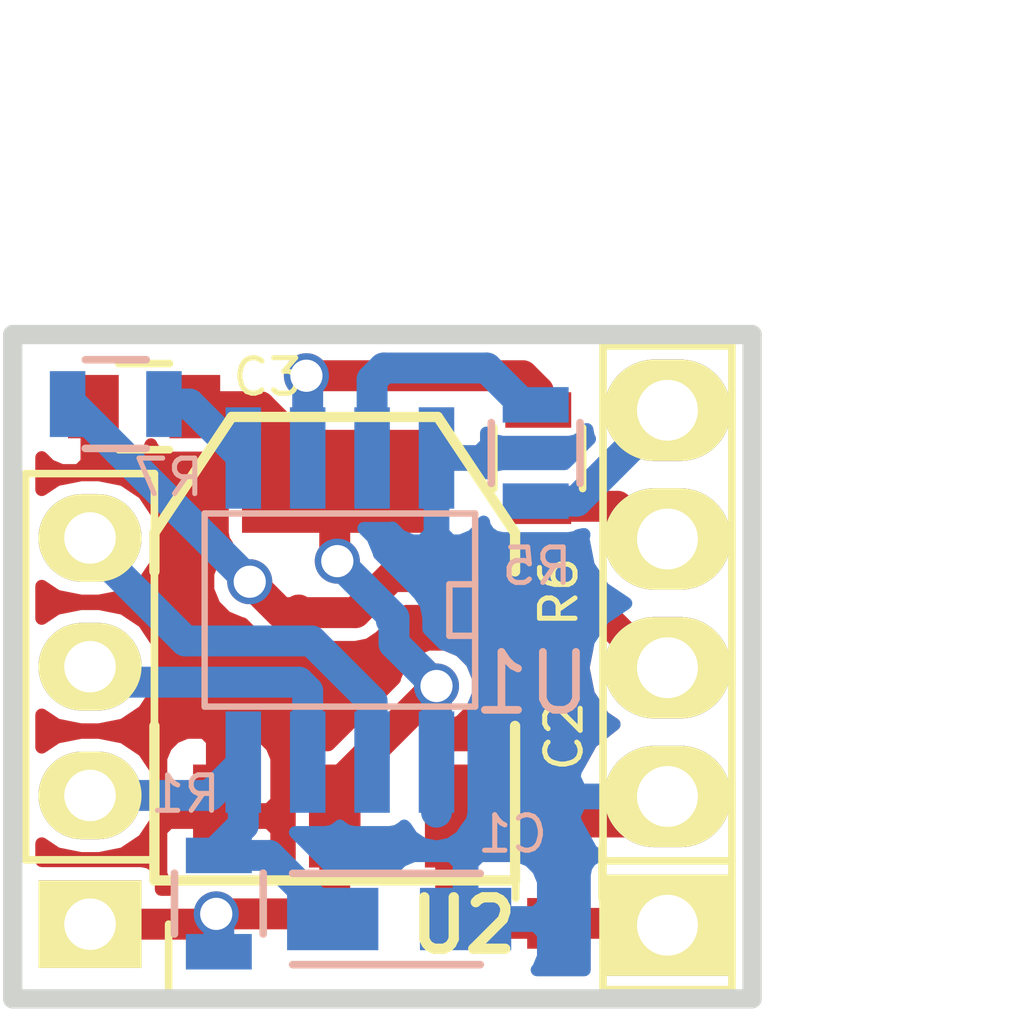
<source format=kicad_pcb>
(kicad_pcb (version 4) (host pcbnew 0.201508250901+6122~28~ubuntu14.04.1-product)

  (general
    (links 23)
    (no_connects 0)
    (area 137.579099 114.160299 152.539701 127.647701)
    (thickness 1.6002)
    (drawings 6)
    (tracks 85)
    (zones 0)
    (modules 11)
    (nets 13)
  )

  (page A4)
  (title_block
    (date "7 feb 2014")
  )

  (layers
    (0 Front signal)
    (31 Back signal hide)
    (32 B.Adhes user hide)
    (33 F.Adhes user hide)
    (34 B.Paste user hide)
    (35 F.Paste user hide)
    (36 B.SilkS user hide)
    (37 F.SilkS user)
    (38 B.Mask user hide)
    (39 F.Mask user hide)
    (40 Dwgs.User user)
    (44 Edge.Cuts user)
    (45 Margin user)
    (46 B.CrtYd user hide)
    (48 B.Fab user)
    (49 F.Fab user)
  )

  (setup
    (last_trace_width 0.6096)
    (trace_clearance 0.1)
    (zone_clearance 0.254)
    (zone_45_only yes)
    (trace_min 0.2032)
    (segment_width 0.1)
    (edge_width 0.381)
    (via_size 0.889)
    (via_drill 0.635)
    (via_min_size 0.889)
    (via_min_drill 0.508)
    (uvia_size 0.508)
    (uvia_drill 0.127)
    (uvias_allowed no)
    (uvia_min_size 0.508)
    (uvia_min_drill 0.127)
    (pcb_text_width 0.3048)
    (pcb_text_size 1.524 2.032)
    (mod_edge_width 0.381)
    (mod_text_size 1.524 1.524)
    (mod_text_width 0.3048)
    (pad_size 2 2.5)
    (pad_drill 1.2)
    (pad_to_mask_clearance 0.254)
    (aux_axis_origin 0 0)
    (visible_elements FFFEDBBF)
    (pcbplotparams
      (layerselection 0x0100f_80000001)
      (usegerberextensions false)
      (excludeedgelayer false)
      (linewidth 0.150000)
      (plotframeref false)
      (viasonmask false)
      (mode 1)
      (useauxorigin false)
      (hpglpennumber 1)
      (hpglpenspeed 20)
      (hpglpendiameter 15)
      (hpglpenoverlay 0)
      (psnegative false)
      (psa4output false)
      (plotreference true)
      (plotvalue true)
      (plotinvisibletext false)
      (padsonsilk true)
      (subtractmaskfromsilk false)
      (outputformat 5)
      (mirror false)
      (drillshape 0)
      (scaleselection 1)
      (outputdirectory /home/nail/tmp/plot/))
  )

  (net 0 "")
  (net 1 +5V)
  (net 2 GND)
  (net 3 POWER_CTL)
  (net 4 "Net-(R7-Pad1)")
  (net 5 DataOut)
  (net 6 "Net-(R5-Pad1)")
  (net 7 "Net-(R6-Pad1)")
  (net 8 RESET)
  (net 9 PJRC)
  (net 10 ARCHOS)
  (net 11 CLK-PRG_DATA)
  (net 12 DataIn-PRG_CLK)

  (net_class Default "This is the default net class."
    (clearance 0.1)
    (trace_width 0.6096)
    (via_dia 0.889)
    (via_drill 0.635)
    (uvia_dia 0.508)
    (uvia_drill 0.127)
    (add_net +5V)
    (add_net ARCHOS)
    (add_net CLK-PRG_DATA)
    (add_net DataIn-PRG_CLK)
    (add_net DataOut)
    (add_net GND)
    (add_net "Net-(R5-Pad1)")
    (add_net "Net-(R6-Pad1)")
    (add_net "Net-(R7-Pad1)")
    (add_net PJRC)
    (add_net POWER_CTL)
    (add_net RESET)
  )

  (net_class GND ""
    (clearance 0.1)
    (trace_width 1.39192)
    (via_dia 0.889)
    (via_drill 0.635)
    (uvia_dia 0.508)
    (uvia_drill 0.127)
  )

  (module Pin_Headers:Pin_Header_Straight_1x05 (layer Front) (tedit 543F8C26) (tstamp 546CCFAD)
    (at 150.68042 120.92432 90)
    (descr "Through hole pin header")
    (tags "pin header")
    (path /542D55A4)
    (fp_text reference RADIO1 (at 0 -2.286 90) (layer F.SilkS) hide
      (effects (font (size 1.27 1.27) (thickness 0.2032)))
    )
    (fp_text value CONN_01X05 (at 0 0 90) (layer F.SilkS) hide
      (effects (font (size 1.27 1.27) (thickness 0.2032)))
    )
    (fp_line (start -3.81 -1.27) (end 6.35 -1.27) (layer F.SilkS) (width 0.15))
    (fp_line (start 6.35 -1.27) (end 6.35 1.27) (layer F.SilkS) (width 0.15))
    (fp_line (start 6.35 1.27) (end -3.81 1.27) (layer F.SilkS) (width 0.15))
    (fp_line (start -6.35 -1.27) (end -3.81 -1.27) (layer F.SilkS) (width 0.15))
    (fp_line (start -3.81 -1.27) (end -3.81 1.27) (layer F.SilkS) (width 0.15))
    (fp_line (start -6.35 -1.27) (end -6.35 1.27) (layer F.SilkS) (width 0.15))
    (fp_line (start -6.35 1.27) (end -3.81 1.27) (layer F.SilkS) (width 0.15))
    (pad 1 thru_hole rect (at -5.08 0 90) (size 2 2.5) (drill 1.2) (layers *.Cu *.Mask F.SilkS)
      (net 3 POWER_CTL))
    (pad 2 thru_hole oval (at -2.54 0 90) (size 2 2.5) (drill 1.2) (layers *.Cu *.Mask F.SilkS)
      (net 2 GND))
    (pad 3 thru_hole oval (at 0 0 90) (size 2 2.5) (drill 1.2) (layers *.Cu *.Mask F.SilkS)
      (net 5 DataOut))
    (pad 4 thru_hole oval (at 2.54 0 90) (size 2 2.5) (drill 1.2) (layers *.Cu *.Mask F.SilkS)
      (net 12 DataIn-PRG_CLK))
    (pad 5 thru_hole oval (at 5.08 0 90) (size 2 2.5) (drill 1.2) (layers *.Cu *.Mask F.SilkS)
      (net 11 CLK-PRG_DATA))
    (model Pin_Headers/Pin_Header_Straight_1x05.wrl
      (at (xyz 0 0 0))
      (scale (xyz 1 1 1))
      (rotate (xyz 0 0 0))
    )
  )

  (module my_modules:SOIC-8-W_long_pads (layer Back) (tedit 55DC8B9B) (tstamp 546CCF7E)
    (at 144.2212 119.7864 180)
    (descr "module SMD SOIC SOJ 8 pins etroit")
    (tags "CMS SOJ")
    (path /52D02953)
    (attr smd)
    (fp_text reference U1 (at -3.7846 -1.4478 180) (layer B.SilkS)
      (effects (font (size 1.143 1.143) (thickness 0.1524)) (justify mirror))
    )
    (fp_text value PIC12F629 (at 0 -1.016 180) (layer B.SilkS) hide
      (effects (font (size 0.889 0.889) (thickness 0.1524)) (justify mirror))
    )
    (fp_line (start -2.667 -1.778) (end -2.667 -1.905) (layer B.SilkS) (width 0.127))
    (fp_line (start -2.667 -1.905) (end 2.667 -1.905) (layer B.SilkS) (width 0.127))
    (fp_line (start 2.667 1.905) (end -2.667 1.905) (layer B.SilkS) (width 0.127))
    (fp_line (start -2.667 1.905) (end -2.667 -1.778) (layer B.SilkS) (width 0.127))
    (fp_line (start -2.667 0.508) (end -2.159 0.508) (layer B.SilkS) (width 0.127))
    (fp_line (start -2.159 0.508) (end -2.159 -0.508) (layer B.SilkS) (width 0.127))
    (fp_line (start -2.159 -0.508) (end -2.667 -0.508) (layer B.SilkS) (width 0.127))
    (fp_line (start 2.667 1.905) (end 2.667 -1.905) (layer B.SilkS) (width 0.127))
    (pad 8 smd rect (at -1.905 3 180) (size 0.7 2) (layers Back B.Paste B.Mask)
      (net 2 GND))
    (pad 1 smd rect (at -1.905 -3 180) (size 0.7 2) (layers Back B.Paste B.Mask)
      (net 1 +5V))
    (pad 7 smd rect (at -0.635 3 180) (size 0.7 2) (layers Back B.Paste B.Mask)
      (net 6 "Net-(R5-Pad1)"))
    (pad 6 smd rect (at 0.635 3 180) (size 0.7 2) (layers Back B.Paste B.Mask)
      (net 7 "Net-(R6-Pad1)"))
    (pad 5 smd rect (at 1.905 3 180) (size 0.7 2) (layers Back B.Paste B.Mask)
      (net 4 "Net-(R7-Pad1)"))
    (pad 2 smd rect (at -0.635 -3 180) (size 0.7 2) (layers Back B.Paste B.Mask)
      (net 10 ARCHOS))
    (pad 3 smd rect (at 0.635 -3 180) (size 0.7 2) (layers Back B.Paste B.Mask)
      (net 9 PJRC))
    (pad 4 smd rect (at 1.905 -3 180) (size 0.7 2) (layers Back B.Paste B.Mask)
      (net 8 RESET))
    (model smd/cms_so8.wrl
      (at (xyz 0 0 0))
      (scale (xyz 0.5 0.32 0.5))
      (rotate (xyz 0 0 0))
    )
  )

  (module Pin_Headers:Pin_Header_Straight_1x04 (layer Front) (tedit 55C8702A) (tstamp 559FD40A)
    (at 139.2936 125.984 180)
    (descr "Through hole pin header")
    (tags "pin header")
    (path /542D83A2)
    (fp_text reference ICSP_UART1 (at -0.00762 9.3218 180) (layer F.SilkS) hide
      (effects (font (size 0.7 0.7) (thickness 0.1)))
    )
    (fp_text value CONN_01X04 (at 0 -3.1 180) (layer F.Fab) hide
      (effects (font (size 1 1) (thickness 0.15)))
    )
    (fp_line (start -1.75 -1.75) (end -1.75 9.4) (layer F.CrtYd) (width 0.05))
    (fp_line (start 1.75 -1.75) (end 1.75 9.4) (layer F.CrtYd) (width 0.05))
    (fp_line (start -1.75 -1.75) (end 1.75 -1.75) (layer F.CrtYd) (width 0.05))
    (fp_line (start -1.75 9.4) (end 1.75 9.4) (layer F.CrtYd) (width 0.05))
    (fp_line (start -1.27 1.27) (end -1.27 8.89) (layer F.SilkS) (width 0.15))
    (fp_line (start 1.27 1.27) (end 1.27 8.89) (layer F.SilkS) (width 0.15))
    (fp_line (start 1.55 -1.55) (end 1.55 0) (layer F.SilkS) (width 0.15))
    (fp_line (start -1.27 8.89) (end 1.27 8.89) (layer F.SilkS) (width 0.15))
    (fp_line (start 1.27 1.27) (end -1.27 1.27) (layer F.SilkS) (width 0.15))
    (fp_line (start -1.55 0) (end -1.55 -1.55) (layer F.SilkS) (width 0.15))
    (fp_line (start -1.55 -1.55) (end 1.55 -1.55) (layer F.SilkS) (width 0.15))
    (pad 1 thru_hole rect (at 0 0 180) (size 2.032 1.7272) (drill 1.016) (layers *.Cu *.Mask F.SilkS)
      (net 1 +5V))
    (pad 2 thru_hole oval (at 0 2.54 180) (size 2.032 1.7272) (drill 1.016) (layers *.Cu *.Mask F.SilkS)
      (net 8 RESET))
    (pad 3 thru_hole oval (at 0 5.08 180) (size 2.032 1.7272) (drill 1.016) (layers *.Cu *.Mask F.SilkS)
      (net 9 PJRC))
    (pad 4 thru_hole oval (at 0 7.62 180) (size 2.032 1.7272) (drill 1.016) (layers *.Cu *.Mask F.SilkS)
      (net 10 ARCHOS))
    (model Pin_Headers.3dshapes/Pin_Header_Straight_1x04.wrl
      (at (xyz 0 -0.15 0))
      (scale (xyz 1 1 1))
      (rotate (xyz 0 0 90))
    )
  )

  (module Capacitors_Tantalum_SMD:TantalC_SizeA_EIA-3216_Reflow (layer Back) (tedit 55DC8BCC) (tstamp 55C4C10B)
    (at 145.3896 125.8824)
    (descr "Tantal Cap. , Size A, EIA-3216, Reflow")
    (tags "Tantal Capacitor Size-A EIA-3216 reflow")
    (path /55C4B796)
    (attr smd)
    (fp_text reference C1 (at 2.2352 -1.6764 180) (layer B.SilkS)
      (effects (font (size 0.7 0.7) (thickness 0.1)) (justify mirror))
    )
    (fp_text value 1uF/6.3V (at 0 -2.1) (layer B.Fab) hide
      (effects (font (size 1 1) (thickness 0.15)) (justify mirror))
    )
    (fp_line (start 1.6 -0.9) (end -2.1 -0.9) (layer B.SilkS) (width 0.15))
    (fp_line (start 1.6 0.9) (end -2.1 0.9) (layer B.SilkS) (width 0.15))
    (fp_line (start -2.5 -1.2) (end 2.5 -1.2) (layer B.CrtYd) (width 0.05))
    (fp_line (start 2.5 -1.2) (end 2.5 1.2) (layer B.CrtYd) (width 0.05))
    (fp_line (start 2.5 1.2) (end -2.5 1.2) (layer B.CrtYd) (width 0.05))
    (fp_line (start -2.5 1.2) (end -2.5 -1.2) (layer B.CrtYd) (width 0.05))
    (pad 2 smd rect (at 1.31 0) (size 1.8 1.23) (layers Back B.Paste B.Mask)
      (net 2 GND))
    (pad 1 smd rect (at -1.31 0) (size 1.8 1.23) (layers Back B.Paste B.Mask)
      (net 8 RESET))
    (model Capacitors_Tantalum_SMD.3dshapes/TantalC_SizeA_EIA-3216_Reflow.wrl
      (at (xyz 0 0 0))
      (scale (xyz 1 1 1))
      (rotate (xyz 0 0 180))
    )
  )

  (module Capacitors_SMD:C_0805 (layer Front) (tedit 55DC83D7) (tstamp 55C4C10C)
    (at 148.5392 124.968 90)
    (descr "Capacitor SMD 0805, reflow soldering, AVX (see smccp.pdf)")
    (tags "capacitor 0805")
    (path /52D02F40)
    (attr smd)
    (fp_text reference C2 (at 2.6924 0.1016 90) (layer F.SilkS)
      (effects (font (size 0.7 0.7) (thickness 0.1)))
    )
    (fp_text value 100n (at 0 2.1 90) (layer F.Fab) hide
      (effects (font (size 1 1) (thickness 0.15)))
    )
    (fp_line (start -1.8 -1) (end 1.8 -1) (layer F.CrtYd) (width 0.05))
    (fp_line (start -1.8 1) (end 1.8 1) (layer F.CrtYd) (width 0.05))
    (fp_line (start -1.8 -1) (end -1.8 1) (layer F.CrtYd) (width 0.05))
    (fp_line (start 1.8 -1) (end 1.8 1) (layer F.CrtYd) (width 0.05))
    (fp_line (start 0.5 -0.85) (end -0.5 -0.85) (layer F.SilkS) (width 0.15))
    (fp_line (start -0.5 0.85) (end 0.5 0.85) (layer F.SilkS) (width 0.15))
    (pad 1 smd rect (at -1 0 90) (size 1 1.25) (layers Front F.Paste F.Mask)
      (net 3 POWER_CTL))
    (pad 2 smd rect (at 1 0 90) (size 1 1.25) (layers Front F.Paste F.Mask)
      (net 2 GND))
    (model Capacitors_SMD.3dshapes/C_0805.wrl
      (at (xyz 0 0 0))
      (scale (xyz 1 1 1))
      (rotate (xyz 0 0 0))
    )
  )

  (module Resistors_SMD:R_0805 (layer Back) (tedit 55DC8BAA) (tstamp 55C4C117)
    (at 141.8336 125.5776 270)
    (descr "Resistor SMD 0805, reflow soldering, Vishay (see dcrcw.pdf)")
    (tags "resistor 0805")
    (path /52D03054)
    (attr smd)
    (fp_text reference R1 (at -2.159 0.6604 360) (layer B.SilkS)
      (effects (font (size 0.7 0.7) (thickness 0.1)) (justify mirror))
    )
    (fp_text value 10k (at 0 -2.1 270) (layer B.Fab) hide
      (effects (font (size 1 1) (thickness 0.15)) (justify mirror))
    )
    (fp_line (start -1.6 1) (end 1.6 1) (layer B.CrtYd) (width 0.05))
    (fp_line (start -1.6 -1) (end 1.6 -1) (layer B.CrtYd) (width 0.05))
    (fp_line (start -1.6 1) (end -1.6 -1) (layer B.CrtYd) (width 0.05))
    (fp_line (start 1.6 1) (end 1.6 -1) (layer B.CrtYd) (width 0.05))
    (fp_line (start 0.6 -0.875) (end -0.6 -0.875) (layer B.SilkS) (width 0.15))
    (fp_line (start -0.6 0.875) (end 0.6 0.875) (layer B.SilkS) (width 0.15))
    (pad 1 smd rect (at -0.95 0 270) (size 0.7 1.3) (layers Back B.Paste B.Mask)
      (net 8 RESET))
    (pad 2 smd rect (at 0.95 0 270) (size 0.7 1.3) (layers Back B.Paste B.Mask)
      (net 1 +5V))
    (model Resistors_SMD.3dshapes/R_0805.wrl
      (at (xyz 0 0 0))
      (scale (xyz 1 1 1))
      (rotate (xyz 0 0 0))
    )
  )

  (module Resistors_SMD:R_0805 (layer Back) (tedit 55DC8BAF) (tstamp 55C4C12E)
    (at 148.082 116.6876 270)
    (descr "Resistor SMD 0805, reflow soldering, Vishay (see dcrcw.pdf)")
    (tags "resistor 0805")
    (path /52D02AC2)
    (attr smd)
    (fp_text reference R5 (at 2.2352 -0.0254 360) (layer B.SilkS)
      (effects (font (size 0.7 0.7) (thickness 0.1)) (justify mirror))
    )
    (fp_text value 3k3 (at 0 -2.1 270) (layer B.Fab) hide
      (effects (font (size 1 1) (thickness 0.15)) (justify mirror))
    )
    (fp_line (start -1.6 1) (end 1.6 1) (layer B.CrtYd) (width 0.05))
    (fp_line (start -1.6 -1) (end 1.6 -1) (layer B.CrtYd) (width 0.05))
    (fp_line (start -1.6 1) (end -1.6 -1) (layer B.CrtYd) (width 0.05))
    (fp_line (start 1.6 1) (end 1.6 -1) (layer B.CrtYd) (width 0.05))
    (fp_line (start 0.6 -0.875) (end -0.6 -0.875) (layer B.SilkS) (width 0.15))
    (fp_line (start -0.6 0.875) (end 0.6 0.875) (layer B.SilkS) (width 0.15))
    (pad 1 smd rect (at -0.95 0 270) (size 0.7 1.3) (layers Back B.Paste B.Mask)
      (net 6 "Net-(R5-Pad1)"))
    (pad 2 smd rect (at 0.95 0 270) (size 0.7 1.3) (layers Back B.Paste B.Mask)
      (net 11 CLK-PRG_DATA))
    (model Resistors_SMD.3dshapes/R_0805.wrl
      (at (xyz 0 0 0))
      (scale (xyz 1 1 1))
      (rotate (xyz 0 0 0))
    )
  )

  (module Resistors_SMD:R_0805 (layer Front) (tedit 55DC83CD) (tstamp 55C4C145)
    (at 148.1328 116.7892 270)
    (descr "Resistor SMD 0805, reflow soldering, Vishay (see dcrcw.pdf)")
    (tags "resistor 0805")
    (path /52D02ABB)
    (attr smd)
    (fp_text reference R6 (at 2.6416 -0.4064 270) (layer F.SilkS)
      (effects (font (size 0.7 0.7) (thickness 0.1)))
    )
    (fp_text value 3k3 (at 0 2.1 270) (layer F.Fab) hide
      (effects (font (size 1 1) (thickness 0.15)))
    )
    (fp_line (start -1.6 -1) (end 1.6 -1) (layer F.CrtYd) (width 0.05))
    (fp_line (start -1.6 1) (end 1.6 1) (layer F.CrtYd) (width 0.05))
    (fp_line (start -1.6 -1) (end -1.6 1) (layer F.CrtYd) (width 0.05))
    (fp_line (start 1.6 -1) (end 1.6 1) (layer F.CrtYd) (width 0.05))
    (fp_line (start 0.6 0.875) (end -0.6 0.875) (layer F.SilkS) (width 0.15))
    (fp_line (start -0.6 -0.875) (end 0.6 -0.875) (layer F.SilkS) (width 0.15))
    (pad 1 smd rect (at -0.95 0 270) (size 0.7 1.3) (layers Front F.Paste F.Mask)
      (net 7 "Net-(R6-Pad1)"))
    (pad 2 smd rect (at 0.95 0 270) (size 0.7 1.3) (layers Front F.Paste F.Mask)
      (net 12 DataIn-PRG_CLK))
    (model Resistors_SMD.3dshapes/R_0805.wrl
      (at (xyz 0 0 0))
      (scale (xyz 1 1 1))
      (rotate (xyz 0 0 0))
    )
  )

  (module Resistors_SMD:R_0805 (layer Back) (tedit 55DC8BBF) (tstamp 55C4C150)
    (at 139.8016 115.7224 180)
    (descr "Resistor SMD 0805, reflow soldering, Vishay (see dcrcw.pdf)")
    (tags "resistor 0805")
    (path /52D02B05)
    (attr smd)
    (fp_text reference R7 (at -1.0414 -1.4478 180) (layer B.SilkS)
      (effects (font (size 0.7 0.7) (thickness 0.1)) (justify mirror))
    )
    (fp_text value 3k3 (at 0 -2.1 180) (layer B.Fab) hide
      (effects (font (size 1 1) (thickness 0.15)) (justify mirror))
    )
    (fp_line (start -1.6 1) (end 1.6 1) (layer B.CrtYd) (width 0.05))
    (fp_line (start -1.6 -1) (end 1.6 -1) (layer B.CrtYd) (width 0.05))
    (fp_line (start -1.6 1) (end -1.6 -1) (layer B.CrtYd) (width 0.05))
    (fp_line (start 1.6 1) (end 1.6 -1) (layer B.CrtYd) (width 0.05))
    (fp_line (start 0.6 -0.875) (end -0.6 -0.875) (layer B.SilkS) (width 0.15))
    (fp_line (start -0.6 0.875) (end 0.6 0.875) (layer B.SilkS) (width 0.15))
    (pad 1 smd rect (at -0.95 0 180) (size 0.7 1.3) (layers Back B.Paste B.Mask)
      (net 4 "Net-(R7-Pad1)"))
    (pad 2 smd rect (at 0.95 0 180) (size 0.7 1.3) (layers Back B.Paste B.Mask)
      (net 5 DataOut))
    (model Resistors_SMD.3dshapes/R_0805.wrl
      (at (xyz 0 0 0))
      (scale (xyz 1 1 1))
      (rotate (xyz 0 0 0))
    )
  )

  (module Capacitors_SMD:C_0805 (layer Front) (tedit 55DC87F7) (tstamp 55C4C250)
    (at 140.3604 115.7732 180)
    (descr "Capacitor SMD 0805, reflow soldering, AVX (see smccp.pdf)")
    (tags "capacitor 0805")
    (path /52E79ABE)
    (attr smd)
    (fp_text reference C3 (at -2.4384 0.5842 180) (layer F.SilkS)
      (effects (font (size 0.7 0.7) (thickness 0.1)))
    )
    (fp_text value 100n (at 0 2.1 180) (layer F.Fab) hide
      (effects (font (size 1 1) (thickness 0.15)))
    )
    (fp_line (start -1.8 -1) (end 1.8 -1) (layer F.CrtYd) (width 0.05))
    (fp_line (start -1.8 1) (end 1.8 1) (layer F.CrtYd) (width 0.05))
    (fp_line (start -1.8 -1) (end -1.8 1) (layer F.CrtYd) (width 0.05))
    (fp_line (start 1.8 -1) (end 1.8 1) (layer F.CrtYd) (width 0.05))
    (fp_line (start 0.5 -0.85) (end -0.5 -0.85) (layer F.SilkS) (width 0.15))
    (fp_line (start -0.5 0.85) (end 0.5 0.85) (layer F.SilkS) (width 0.15))
    (pad 1 smd rect (at -1 0 180) (size 1 1.25) (layers Front F.Paste F.Mask)
      (net 1 +5V))
    (pad 2 smd rect (at 1 0 180) (size 1 1.25) (layers Front F.Paste F.Mask)
      (net 2 GND))
    (model Capacitors_SMD.3dshapes/C_0805.wrl
      (at (xyz 0 0 0))
      (scale (xyz 1 1 1))
      (rotate (xyz 0 0 0))
    )
  )

  (module my_modules:SOT-223-REGULATOR (layer Front) (tedit 55DC8832) (tstamp 55C4C8BE)
    (at 144.1196 120.5484)
    (descr "module CMS SOT223 4 pins")
    (tags "CMS SOT")
    (path /546C9D74)
    (attr smd)
    (fp_text reference U2 (at 2.54 5.461) (layer F.SilkS)
      (effects (font (size 1.016 1.016) (thickness 0.2032)))
    )
    (fp_text value LM78L05ACZ (at 0 0.762) (layer F.SilkS) hide
      (effects (font (size 1.016 1.016) (thickness 0.2032)))
    )
    (fp_line (start -3.556 1.524) (end -3.556 4.572) (layer F.SilkS) (width 0.2032))
    (fp_line (start -3.556 4.572) (end 3.556 4.572) (layer F.SilkS) (width 0.2032))
    (fp_line (start 3.556 4.572) (end 3.556 1.524) (layer F.SilkS) (width 0.2032))
    (fp_line (start -3.556 -1.524) (end -3.556 -2.286) (layer F.SilkS) (width 0.2032))
    (fp_line (start -3.556 -2.286) (end -2.032 -4.572) (layer F.SilkS) (width 0.2032))
    (fp_line (start -2.032 -4.572) (end 2.032 -4.572) (layer F.SilkS) (width 0.2032))
    (fp_line (start 2.032 -4.572) (end 3.556 -2.286) (layer F.SilkS) (width 0.2032))
    (fp_line (start 3.556 -2.286) (end 3.556 -1.524) (layer F.SilkS) (width 0.2032))
    (pad VO smd rect (at 0 -3.302) (size 3.6576 2.032) (layers Front F.Paste F.Mask)
      (net 1 +5V))
    (pad VO smd rect (at 0 3.302) (size 1.016 2.032) (layers Front F.Paste F.Mask)
      (net 1 +5V))
    (pad VI smd rect (at 2.286 3.302) (size 1.016 2.032) (layers Front F.Paste F.Mask)
      (net 3 POWER_CTL))
    (pad GND smd rect (at -2.286 3.302) (size 1.016 2.032) (layers Front F.Paste F.Mask)
      (net 2 GND))
    (model smd/SOT223.wrl
      (at (xyz 0 0 0))
      (scale (xyz 0.4 0.4 0.4))
      (rotate (xyz 0 0 0))
    )
  )

  (dimension 13.0556 (width 0.3048) (layer Dwgs.User)
    (gr_text "13.056 mm" (at 155.7528 120.9294 270) (layer Dwgs.User)
      (effects (font (size 2.032 1.524) (thickness 0.3048)))
    )
    (feature1 (pts (xy 152.3492 127.4572) (xy 157.3784 127.4572)))
    (feature2 (pts (xy 152.3492 114.4016) (xy 157.3784 114.4016)))
    (crossbar (pts (xy 154.1272 114.4016) (xy 154.1272 127.4572)))
    (arrow1a (pts (xy 154.1272 127.4572) (xy 153.540779 126.330696)))
    (arrow1b (pts (xy 154.1272 127.4572) (xy 154.713621 126.330696)))
    (arrow2a (pts (xy 154.1272 114.4016) (xy 153.540779 115.528104)))
    (arrow2b (pts (xy 154.1272 114.4016) (xy 154.713621 115.528104)))
  )
  (dimension 14.5796 (width 0.3048) (layer Dwgs.User)
    (gr_text "14.580 mm" (at 145.0594 110.1852) (layer Dwgs.User)
      (effects (font (size 2.032 1.524) (thickness 0.3048)))
    )
    (feature1 (pts (xy 152.3492 114.4016) (xy 152.3492 108.5596)))
    (feature2 (pts (xy 137.7696 114.4016) (xy 137.7696 108.5596)))
    (crossbar (pts (xy 137.7696 111.8108) (xy 152.3492 111.8108)))
    (arrow1a (pts (xy 152.3492 111.8108) (xy 151.222696 112.397221)))
    (arrow1b (pts (xy 152.3492 111.8108) (xy 151.222696 111.224379)))
    (arrow2a (pts (xy 137.7696 111.8108) (xy 138.896104 112.397221)))
    (arrow2b (pts (xy 137.7696 111.8108) (xy 138.896104 111.224379)))
  )
  (gr_line (start 137.7696 127.4572) (end 137.7696 114.3508) (angle 90) (layer Edge.Cuts) (width 0.381))
  (gr_line (start 152.3492 127.4572) (end 137.7696 127.4572) (angle 90) (layer Edge.Cuts) (width 0.381))
  (gr_line (start 137.7696 114.3508) (end 152.3492 114.3508) (angle 90) (layer Edge.Cuts) (width 0.381))
  (gr_line (start 152.3492 114.3508) (end 152.3492 127.4064) (angle 90) (layer Edge.Cuts) (width 0.381))

  (segment (start 141.3604 115.7732) (end 142.6464 115.7732) (width 0.6096) (layer Front) (net 1))
  (segment (start 142.6464 115.7732) (end 144.1196 117.2464) (width 0.6096) (layer Front) (net 1) (tstamp 55DC87B0))
  (segment (start 146.1262 122.7864) (end 146.1262 121.285) (width 0.6096) (layer Back) (net 1))
  (via (at 146.1262 121.285) (size 0.889) (drill 0.635) (layers Front Back) (net 1))
  (segment (start 146.1262 121.285) (end 144.1196 123.2916) (width 0.6096) (layer Front) (net 1) (tstamp 55DC8733))
  (segment (start 144.1196 123.2916) (end 144.1196 123.8504) (width 0.6096) (layer Front) (net 1) (tstamp 55DC8734))
  (segment (start 146.1262 123.7742) (end 146.1262 122.7864) (width 0.6096) (layer Back) (net 1) (tstamp 55DC8719))
  (segment (start 145.2372 119.9896) (end 145.2372 119.888) (width 0.6096) (layer Back) (net 1) (tstamp 55DC865F))
  (segment (start 145.288 119.9388) (end 145.2372 119.9896) (width 0.6096) (layer Back) (net 1) (tstamp 55DC865D))
  (segment (start 145.288 120.4468) (end 145.288 119.9388) (width 0.6096) (layer Back) (net 1) (tstamp 55DC865C))
  (segment (start 146.1262 121.285) (end 145.288 120.4468) (width 0.6096) (layer Back) (net 1) (tstamp 55DC8657))
  (segment (start 144.1196 118.7704) (end 144.1196 117.2464) (width 0.6096) (layer Front) (net 1) (tstamp 55DC8603))
  (segment (start 144.1704 118.8212) (end 144.1196 118.7704) (width 0.6096) (layer Front) (net 1) (tstamp 55DC8602))
  (via (at 144.1704 118.8212) (size 0.889) (drill 0.635) (layers Front Back) (net 1))
  (segment (start 145.2372 119.888) (end 144.1704 118.8212) (width 0.6096) (layer Back) (net 1) (tstamp 55DC8660))
  (segment (start 144.1196 117.602) (end 144.1196 117.2464) (width 0.6096) (layer Front) (net 1) (tstamp 55DC85E3))
  (segment (start 141.7828 125.7808) (end 143.6624 125.7808) (width 0.6096) (layer Front) (net 1))
  (segment (start 144.1196 125.3236) (end 144.1196 123.8504) (width 0.6096) (layer Front) (net 1) (tstamp 55DC66C8))
  (segment (start 143.6624 125.7808) (end 144.1196 125.3236) (width 0.6096) (layer Front) (net 1) (tstamp 55DC66C7))
  (segment (start 139.2936 125.984) (end 141.5796 125.984) (width 0.6096) (layer Front) (net 1))
  (segment (start 141.8336 125.8316) (end 141.8336 126.5276) (width 0.6096) (layer Back) (net 1) (tstamp 55DC66C4))
  (segment (start 141.7828 125.7808) (end 141.8336 125.8316) (width 0.6096) (layer Back) (net 1) (tstamp 55DC66C3))
  (via (at 141.7828 125.7808) (size 0.889) (drill 0.635) (layers Front Back) (net 1))
  (segment (start 141.5796 125.984) (end 141.7828 125.7808) (width 0.6096) (layer Front) (net 1) (tstamp 55DC66C1))
  (segment (start 148.5392 123.968) (end 150.17674 123.968) (width 0.6096) (layer Front) (net 2))
  (segment (start 150.17674 123.968) (end 150.68042 123.46432) (width 0.6096) (layer Front) (net 2) (tstamp 55DC87EA))
  (segment (start 141.8336 123.7996) (end 141.8336 123.8504) (width 0.6096) (layer Front) (net 2) (tstamp 55DC8609))
  (segment (start 148.5392 125.968) (end 150.6441 125.968) (width 0.6096) (layer Front) (net 3))
  (segment (start 150.6441 125.968) (end 150.68042 126.00432) (width 0.6096) (layer Front) (net 3) (tstamp 55DC66DB))
  (segment (start 146.4056 123.8504) (end 146.4056 125.3236) (width 0.6096) (layer Front) (net 3))
  (segment (start 147.05 125.968) (end 148.5392 125.968) (width 0.6096) (layer Front) (net 3) (tstamp 55DC66D8))
  (segment (start 146.4056 125.3236) (end 147.05 125.968) (width 0.6096) (layer Front) (net 3) (tstamp 55DC66D7))
  (segment (start 150.5745 126.11024) (end 150.68042 126.00432) (width 0.6096) (layer Back) (net 3) (tstamp 55C4D31B))
  (segment (start 141.2522 115.7224) (end 142.3162 116.7864) (width 0.6096) (layer Back) (net 4) (tstamp 55DC66A8))
  (segment (start 140.7516 115.7224) (end 141.2522 115.7224) (width 0.6096) (layer Back) (net 4))
  (segment (start 138.8516 115.7224) (end 138.938 115.7224) (width 0.6096) (layer Back) (net 5))
  (segment (start 138.938 115.7224) (end 142.4432 119.2276) (width 0.6096) (layer Back) (net 5) (tstamp 55DC86F0))
  (segment (start 143.4084 119.7864) (end 143.4084 119.8372) (width 0.6096) (layer Front) (net 5) (tstamp 55DC86FF))
  (segment (start 143.3576 119.8372) (end 143.4084 119.7864) (width 0.6096) (layer Front) (net 5) (tstamp 55DC86FE))
  (segment (start 143.0528 119.8372) (end 143.3576 119.8372) (width 0.6096) (layer Front) (net 5) (tstamp 55DC86FD))
  (segment (start 142.4432 119.2276) (end 143.0528 119.8372) (width 0.6096) (layer Front) (net 5) (tstamp 55DC86FC))
  (via (at 142.4432 119.2276) (size 0.889) (drill 0.635) (layers Front Back) (net 5))
  (segment (start 150.68042 120.92432) (end 150.43912 120.92432) (width 0.6096) (layer Front) (net 5))
  (segment (start 150.43912 120.92432) (end 148.6408 119.126) (width 0.6096) (layer Front) (net 5) (tstamp 55DC8615))
  (segment (start 144.526 119.8372) (end 143.4084 119.8372) (width 0.6096) (layer Front) (net 5) (tstamp 55DC861A))
  (segment (start 145.2372 119.126) (end 144.526 119.8372) (width 0.6096) (layer Front) (net 5) (tstamp 55DC8618))
  (segment (start 148.6408 119.126) (end 145.2372 119.126) (width 0.6096) (layer Front) (net 5) (tstamp 55DC8617))
  (segment (start 150.68042 120.92432) (end 150.54072 120.92432) (width 0.6096) (layer Front) (net 5))
  (segment (start 150.68042 120.92432) (end 150.48992 120.92432) (width 0.6096) (layer Front) (net 5))
  (segment (start 150.3553 120.5992) (end 150.68042 120.92432) (width 0.6096) (layer Back) (net 5) (tstamp 55DC6461))
  (segment (start 148.082 115.7376) (end 147.8432 115.7376) (width 0.6096) (layer Back) (net 6))
  (segment (start 147.8432 115.7376) (end 147.1168 115.0112) (width 0.6096) (layer Back) (net 6) (tstamp 55DC6672))
  (segment (start 147.1168 115.0112) (end 145.0848 115.0112) (width 0.6096) (layer Back) (net 6) (tstamp 55DC6673))
  (segment (start 145.0848 115.0112) (end 144.8562 115.2398) (width 0.6096) (layer Back) (net 6) (tstamp 55DC6674))
  (segment (start 144.8562 115.2398) (end 144.8562 116.7864) (width 0.6096) (layer Back) (net 6) (tstamp 55DC6675))
  (segment (start 143.5862 116.7864) (end 143.5862 115.189) (width 0.6096) (layer Back) (net 7))
  (segment (start 148.1328 115.4684) (end 148.1328 115.8392) (width 0.6096) (layer Front) (net 7) (tstamp 55DC6697))
  (segment (start 147.828 115.1636) (end 148.1328 115.4684) (width 0.6096) (layer Front) (net 7) (tstamp 55DC6696))
  (segment (start 143.5608 115.1636) (end 147.828 115.1636) (width 0.6096) (layer Front) (net 7) (tstamp 55DC6695))
  (via (at 143.5608 115.1636) (size 0.889) (drill 0.635) (layers Front Back) (net 7))
  (segment (start 143.5862 115.189) (end 143.5608 115.1636) (width 0.6096) (layer Back) (net 7) (tstamp 55DC6693))
  (segment (start 141.8336 124.6276) (end 142.8248 124.6276) (width 0.6096) (layer Back) (net 8))
  (segment (start 142.8248 124.6276) (end 144.0796 125.8824) (width 0.6096) (layer Back) (net 8) (tstamp 55DC66BD))
  (segment (start 141.8336 124.6276) (end 141.8336 124.5108) (width 0.6096) (layer Back) (net 8))
  (segment (start 141.8336 124.5108) (end 142.3162 124.0282) (width 0.6096) (layer Back) (net 8) (tstamp 55DC66B9))
  (segment (start 142.3162 124.0282) (end 142.3162 122.7864) (width 0.6096) (layer Back) (net 8) (tstamp 55DC66BA))
  (segment (start 139.2936 123.444) (end 141.6586 123.444) (width 0.6096) (layer Back) (net 8))
  (segment (start 141.6586 123.444) (end 142.3162 122.7864) (width 0.6096) (layer Back) (net 8) (tstamp 55DC66B6))
  (segment (start 143.5862 122.7864) (end 143.5862 121.3866) (width 0.6096) (layer Back) (net 9))
  (segment (start 143.4084 121.2088) (end 139.5984 121.2088) (width 0.6096) (layer Back) (net 9) (tstamp 55DC66B2))
  (segment (start 143.5862 121.3866) (end 143.4084 121.2088) (width 0.6096) (layer Back) (net 9) (tstamp 55DC66B1))
  (segment (start 139.5984 121.2088) (end 139.2936 120.904) (width 0.6096) (layer Back) (net 9) (tstamp 55DC66B3))
  (segment (start 139.2936 118.364) (end 139.2936 118.5164) (width 0.6096) (layer Back) (net 10))
  (segment (start 139.2936 118.5164) (end 141.1732 120.396) (width 0.6096) (layer Back) (net 10) (tstamp 55DC84BF))
  (segment (start 141.1732 120.396) (end 143.6624 120.396) (width 0.6096) (layer Back) (net 10) (tstamp 55DC84C0))
  (segment (start 144.8562 121.6152) (end 144.8562 121.5898) (width 0.6096) (layer Back) (net 10))
  (segment (start 144.8562 121.5898) (end 143.6624 120.396) (width 0.6096) (layer Back) (net 10) (tstamp 55DC84B7))
  (segment (start 139.2936 118.364) (end 139.954 118.364) (width 0.6096) (layer Back) (net 10))
  (segment (start 144.8562 121.6152) (end 144.8562 122.7864) (width 0.6096) (layer Back) (net 10) (tstamp 55DC84B5))
  (segment (start 148.082 117.6376) (end 148.88714 117.6376) (width 0.6096) (layer Back) (net 11))
  (segment (start 148.88714 117.6376) (end 150.68042 115.84432) (width 0.6096) (layer Back) (net 11) (tstamp 55DC666D))
  (segment (start 150.68042 118.38432) (end 150.33752 118.38432) (width 0.6096) (layer Front) (net 12))
  (segment (start 150.33752 118.38432) (end 149.6924 117.7392) (width 0.6096) (layer Front) (net 12) (tstamp 55DC84DE))
  (segment (start 149.6924 117.7392) (end 148.1328 117.7392) (width 0.6096) (layer Front) (net 12) (tstamp 55DC84DF))
  (segment (start 150.68042 118.38432) (end 150.64232 118.38432) (width 0.6096) (layer Back) (net 12))

  (zone (net 2) (net_name GND) (layer Front) (tstamp 55DC66FB) (hatch edge 0.508)
    (connect_pads (clearance 0.254))
    (min_thickness 0.254)
    (fill yes (arc_segments 16) (thermal_gap 0.508) (thermal_bridge_width 0.508) (smoothing chamfer))
    (polygon
      (pts
        (xy 137.8204 114.4016) (xy 152.3492 114.4016) (xy 152.3492 127.4572) (xy 137.7696 127.4572) (xy 137.7696 114.4016)
        (xy 137.8204 114.4016)
      )
    )
    (filled_polygon
      (pts
        (xy 139.4874 115.6462) (xy 139.5074 115.6462) (xy 139.5074 115.9002) (xy 139.4874 115.9002) (xy 139.4874 116.87445)
        (xy 139.64615 117.0332) (xy 139.986709 117.0332) (xy 140.220098 116.936527) (xy 140.398727 116.757899) (xy 140.4954 116.52451)
        (xy 140.4954 116.522899) (xy 140.498503 116.53939) (xy 140.581946 116.669065) (xy 140.709266 116.756059) (xy 140.8604 116.786664)
        (xy 141.8604 116.786664) (xy 141.902336 116.778773) (xy 141.902336 118.2624) (xy 141.928903 118.40359) (xy 142.001756 118.516808)
        (xy 141.976202 118.527367) (xy 141.743783 118.759381) (xy 141.617843 119.062677) (xy 141.617557 119.391082) (xy 141.742967 119.694598)
        (xy 141.974981 119.927017) (xy 142.278277 120.052957) (xy 142.298707 120.052975) (xy 142.567866 120.322134) (xy 142.790355 120.470797)
        (xy 143.0528 120.523001) (xy 143.052805 120.523) (xy 143.3576 120.523) (xy 143.383 120.517948) (xy 143.4084 120.523)
        (xy 144.526 120.523) (xy 144.788445 120.470797) (xy 145.010934 120.322134) (xy 145.521268 119.8118) (xy 148.356732 119.8118)
        (xy 149.092423 120.547491) (xy 149.017467 120.92432) (xy 149.122589 121.452806) (xy 149.421953 121.900834) (xy 149.630423 122.04013)
        (xy 149.176122 122.400983) (xy 148.936259 122.833) (xy 148.82495 122.833) (xy 148.6662 122.99175) (xy 148.6662 123.841)
        (xy 148.6862 123.841) (xy 148.6862 124.095) (xy 148.6662 124.095) (xy 148.6662 124.115) (xy 148.4122 124.115)
        (xy 148.4122 124.095) (xy 148.3922 124.095) (xy 148.3922 123.841) (xy 148.4122 123.841) (xy 148.4122 122.99175)
        (xy 148.25345 122.833) (xy 147.78789 122.833) (xy 147.554501 122.929673) (xy 147.375873 123.108302) (xy 147.302064 123.286492)
        (xy 147.302064 122.8344) (xy 147.275497 122.69321) (xy 147.192054 122.563535) (xy 147.064734 122.476541) (xy 146.9136 122.445936)
        (xy 145.935132 122.445936) (xy 146.270442 122.110626) (xy 146.289682 122.110643) (xy 146.593198 121.985233) (xy 146.825617 121.753219)
        (xy 146.951557 121.449923) (xy 146.951843 121.121518) (xy 146.826433 120.818002) (xy 146.594419 120.585583) (xy 146.291123 120.459643)
        (xy 145.962718 120.459357) (xy 145.659202 120.584767) (xy 145.426783 120.816781) (xy 145.300843 121.120077) (xy 145.300825 121.140507)
        (xy 143.995396 122.445936) (xy 143.6116 122.445936) (xy 143.47041 122.472503) (xy 143.340735 122.555946) (xy 143.253741 122.683266)
        (xy 143.223136 122.8344) (xy 143.223136 124.8664) (xy 143.249703 125.00759) (xy 143.305949 125.095) (xy 142.93423 125.095)
        (xy 142.9766 124.99271) (xy 142.9766 124.13615) (xy 142.81785 123.9774) (xy 141.9606 123.9774) (xy 141.9606 123.9974)
        (xy 141.7066 123.9974) (xy 141.7066 123.9774) (xy 140.84935 123.9774) (xy 140.6906 124.13615) (xy 140.6906 124.99271)
        (xy 140.787273 125.226099) (xy 140.859374 125.2982) (xy 140.698064 125.2982) (xy 140.698064 125.1204) (xy 140.671497 124.97921)
        (xy 140.588054 124.849535) (xy 140.460734 124.762541) (xy 140.3096 124.731936) (xy 138.3411 124.731936) (xy 138.3411 124.395783)
        (xy 138.637543 124.59386) (xy 139.113831 124.6886) (xy 139.473369 124.6886) (xy 139.949657 124.59386) (xy 140.353434 124.324065)
        (xy 140.623229 123.920288) (xy 140.693411 123.567461) (xy 140.84935 123.7234) (xy 141.7066 123.7234) (xy 141.7066 122.35815)
        (xy 141.9606 122.35815) (xy 141.9606 123.7234) (xy 142.81785 123.7234) (xy 142.9766 123.56465) (xy 142.9766 122.70809)
        (xy 142.879927 122.474701) (xy 142.701298 122.296073) (xy 142.467909 122.1994) (xy 142.11935 122.1994) (xy 141.9606 122.35815)
        (xy 141.7066 122.35815) (xy 141.54785 122.1994) (xy 141.199291 122.1994) (xy 140.965902 122.296073) (xy 140.787273 122.474701)
        (xy 140.6906 122.70809) (xy 140.6906 123.306407) (xy 140.623229 122.967712) (xy 140.353434 122.563935) (xy 139.949657 122.29414)
        (xy 139.473369 122.1994) (xy 139.113831 122.1994) (xy 138.637543 122.29414) (xy 138.3411 122.492217) (xy 138.3411 121.855783)
        (xy 138.637543 122.05386) (xy 139.113831 122.1486) (xy 139.473369 122.1486) (xy 139.949657 122.05386) (xy 140.353434 121.784065)
        (xy 140.623229 121.380288) (xy 140.717969 120.904) (xy 140.623229 120.427712) (xy 140.353434 120.023935) (xy 139.949657 119.75414)
        (xy 139.473369 119.6594) (xy 139.113831 119.6594) (xy 138.637543 119.75414) (xy 138.3411 119.952217) (xy 138.3411 119.315783)
        (xy 138.637543 119.51386) (xy 139.113831 119.6086) (xy 139.473369 119.6086) (xy 139.949657 119.51386) (xy 140.353434 119.244065)
        (xy 140.623229 118.840288) (xy 140.717969 118.364) (xy 140.623229 117.887712) (xy 140.353434 117.483935) (xy 139.949657 117.21414)
        (xy 139.473369 117.1194) (xy 139.113831 117.1194) (xy 138.637543 117.21414) (xy 138.3411 117.412217) (xy 138.3411 116.776926)
        (xy 138.500702 116.936527) (xy 138.734091 117.0332) (xy 139.07465 117.0332) (xy 139.2334 116.87445) (xy 139.2334 115.9002)
        (xy 139.2134 115.9002) (xy 139.2134 115.6462) (xy 139.2334 115.6462) (xy 139.2334 115.6262) (xy 139.4874 115.6262)
      )
    )
    (filled_polygon
      (pts
        (xy 150.80742 123.33732) (xy 150.82742 123.33732) (xy 150.82742 123.59132) (xy 150.80742 123.59132) (xy 150.80742 123.61132)
        (xy 150.55342 123.61132) (xy 150.55342 123.59132) (xy 150.53342 123.59132) (xy 150.53342 123.33732) (xy 150.55342 123.33732)
        (xy 150.55342 123.31732) (xy 150.80742 123.31732)
      )
    )
  )
  (zone (net 2) (net_name GND) (layer Back) (tstamp 55DC6718) (hatch edge 0.508)
    (connect_pads (clearance 0.254))
    (min_thickness 0.254)
    (fill yes (arc_segments 16) (thermal_gap 0.508) (thermal_bridge_width 0.508) (smoothing chamfer))
    (polygon
      (pts
        (xy 152.3492 127.4572) (xy 137.7696 127.4572) (xy 137.7696 114.4016) (xy 152.3492 114.4016) (xy 152.3492 127.4572)
      )
    )
    (filled_polygon
      (pts
        (xy 149.122589 116.372806) (xy 149.146412 116.40846) (xy 148.655736 116.899136) (xy 147.432 116.899136) (xy 147.29081 116.925703)
        (xy 147.161135 117.009146) (xy 147.1112 117.082228) (xy 147.1112 117.07215) (xy 146.95245 116.9134) (xy 146.2532 116.9134)
        (xy 146.2532 118.26265) (xy 146.41195 118.4214) (xy 146.602509 118.4214) (xy 146.835898 118.324727) (xy 147.014527 118.146099)
        (xy 147.054982 118.048431) (xy 147.070103 118.12879) (xy 147.153546 118.258465) (xy 147.280866 118.345459) (xy 147.432 118.376064)
        (xy 148.732 118.376064) (xy 148.87319 118.349497) (xy 148.92565 118.31574) (xy 149.035453 118.293899) (xy 149.017467 118.38432)
        (xy 149.122589 118.912806) (xy 149.421953 119.360834) (xy 149.861184 119.65432) (xy 149.421953 119.947806) (xy 149.122589 120.395834)
        (xy 149.017467 120.92432) (xy 149.122589 121.452806) (xy 149.421953 121.900834) (xy 149.630423 122.04013) (xy 149.176122 122.400983)
        (xy 148.864678 122.961924) (xy 148.840296 123.083886) (xy 148.959643 123.33732) (xy 150.55342 123.33732) (xy 150.55342 123.31732)
        (xy 150.80742 123.31732) (xy 150.80742 123.33732) (xy 150.82742 123.33732) (xy 150.82742 123.59132) (xy 150.80742 123.59132)
        (xy 150.80742 123.61132) (xy 150.55342 123.61132) (xy 150.55342 123.59132) (xy 148.959643 123.59132) (xy 148.840296 123.844754)
        (xy 148.864678 123.966716) (xy 149.176122 124.527657) (xy 149.314599 124.637649) (xy 149.28923 124.642423) (xy 149.159555 124.725866)
        (xy 149.072561 124.853186) (xy 149.041956 125.00432) (xy 149.041956 126.8857) (xy 148.109326 126.8857) (xy 148.137927 126.857099)
        (xy 148.2346 126.62371) (xy 148.2346 126.16815) (xy 148.07585 126.0094) (xy 146.8266 126.0094) (xy 146.8266 126.0294)
        (xy 146.5726 126.0294) (xy 146.5726 126.0094) (xy 146.5526 126.0094) (xy 146.5526 125.7554) (xy 146.5726 125.7554)
        (xy 146.5726 124.79115) (xy 146.8266 124.79115) (xy 146.8266 125.7554) (xy 148.07585 125.7554) (xy 148.2346 125.59665)
        (xy 148.2346 125.14109) (xy 148.137927 124.907701) (xy 147.959298 124.729073) (xy 147.725909 124.6324) (xy 146.98535 124.6324)
        (xy 146.8266 124.79115) (xy 146.5726 124.79115) (xy 146.41385 124.6324) (xy 145.673291 124.6324) (xy 145.439902 124.729073)
        (xy 145.261273 124.907701) (xy 145.231883 124.978653) (xy 145.130734 124.909541) (xy 144.9796 124.878936) (xy 144.046004 124.878936)
        (xy 143.341932 124.174864) (xy 143.9362 124.174864) (xy 144.07739 124.148297) (xy 144.207065 124.064854) (xy 144.220231 124.045586)
        (xy 144.227746 124.057265) (xy 144.355066 124.144259) (xy 144.5062 124.174864) (xy 145.2062 124.174864) (xy 145.34739 124.148297)
        (xy 145.477065 124.064854) (xy 145.490231 124.045586) (xy 145.497746 124.057265) (xy 145.513636 124.068122) (xy 145.641266 124.259134)
        (xy 145.863756 124.407797) (xy 146.1262 124.46) (xy 146.388644 124.407797) (xy 146.611134 124.259134) (xy 146.736334 124.071759)
        (xy 146.747065 124.064854) (xy 146.834059 123.937534) (xy 146.864664 123.7864) (xy 146.864664 121.7864) (xy 146.848191 121.698855)
        (xy 146.951557 121.449923) (xy 146.951843 121.121518) (xy 146.826433 120.818002) (xy 146.594419 120.585583) (xy 146.291123 120.459643)
        (xy 146.270693 120.459625) (xy 145.9738 120.162732) (xy 145.9738 119.9388) (xy 145.937069 119.75414) (xy 145.921597 119.676355)
        (xy 145.772934 119.453866) (xy 145.742482 119.433518) (xy 145.722134 119.403066) (xy 144.996026 118.676958) (xy 144.996043 118.657718)
        (xy 144.870633 118.354202) (xy 144.691608 118.174864) (xy 145.2062 118.174864) (xy 145.257067 118.165293) (xy 145.416502 118.324727)
        (xy 145.649891 118.4214) (xy 145.84045 118.4214) (xy 145.9992 118.26265) (xy 145.9992 116.9134) (xy 145.9792 116.9134)
        (xy 145.9792 116.6594) (xy 145.9992 116.6594) (xy 145.9992 116.6394) (xy 146.2532 116.6394) (xy 146.2532 116.6594)
        (xy 146.95245 116.6594) (xy 147.1112 116.50065) (xy 147.1112 116.292657) (xy 147.153546 116.358465) (xy 147.280866 116.445459)
        (xy 147.432 116.476064) (xy 148.732 116.476064) (xy 148.87319 116.449497) (xy 149.002865 116.366054) (xy 149.089859 116.238734)
        (xy 149.092917 116.223634)
      )
    )
  )
)

</source>
